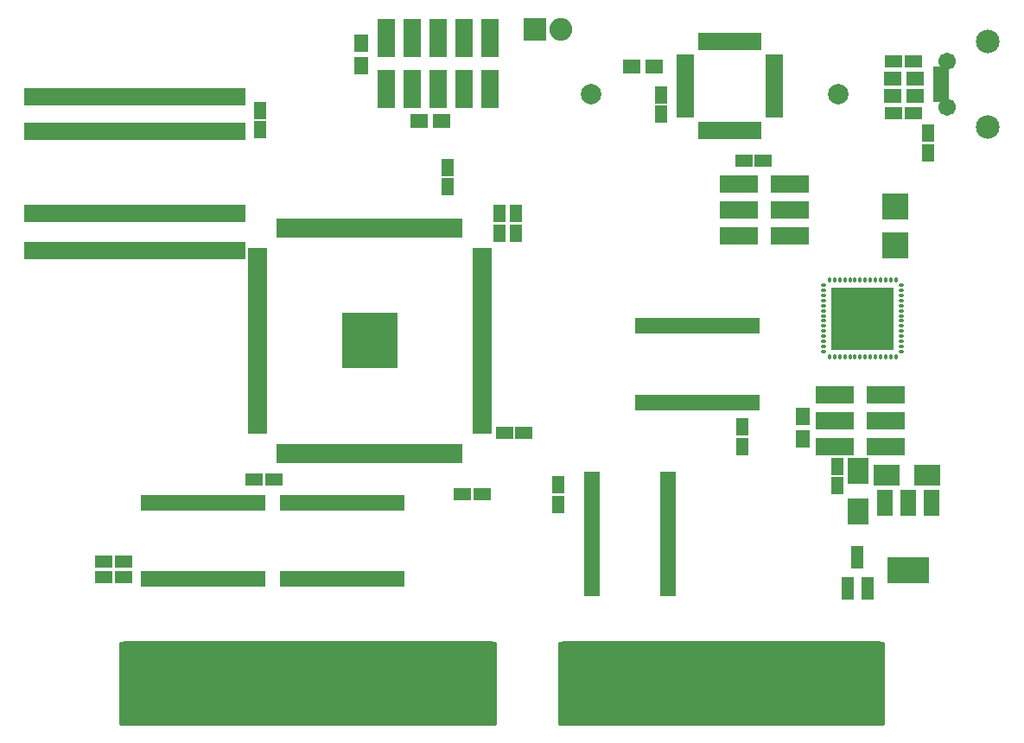
<source format=gts>
G04 #@! TF.FileFunction,Soldermask,Top*
%FSLAX46Y46*%
G04 Gerber Fmt 4.6, Leading zero omitted, Abs format (unit mm)*
G04 Created by KiCad (PCBNEW 4.0.0-rc1-stable) date 08.10.2015 0:04:06*
%MOMM*%
G01*
G04 APERTURE LIST*
%ADD10C,0.152400*%
%ADD11R,0.793000X1.508000*%
%ADD12R,1.708000X1.408000*%
%ADD13R,1.408000X1.708000*%
%ADD14R,1.258000X1.708000*%
%ADD15R,1.708000X1.258000*%
%ADD16C,2.008000*%
%ADD17R,1.308100X2.308860*%
%ADD18R,1.508000X0.793000*%
%ADD19R,0.863600X1.778000*%
%ADD20R,0.828040X1.676400*%
%ADD21R,1.209040X7.508240*%
%ADD22R,1.209040X6.507480*%
%ADD23R,2.508000X2.108000*%
%ADD24R,2.108000X2.508000*%
%ADD25R,4.165600X2.540000*%
%ADD26R,1.524000X2.540000*%
%ADD27R,2.235200X2.235200*%
%ADD28O,2.235200X2.235200*%
%ADD29R,1.808000X0.758000*%
%ADD30R,0.758000X1.808000*%
%ADD31R,1.981200X0.762000*%
%ADD32R,0.762000X1.981200*%
%ADD33R,5.508000X5.508000*%
%ADD34R,6.059480X6.059480*%
%ADD35O,0.357180X0.656900*%
%ADD36O,0.656900X0.357180*%
%ADD37R,2.608580X2.608580*%
%ADD38R,1.608000X0.958000*%
%ADD39C,1.708000*%
%ADD40C,2.308000*%
%ADD41R,1.778000X3.708400*%
%ADD42R,3.708400X1.778000*%
%ADD43C,0.254000*%
G04 APERTURE END LIST*
D10*
D11*
X42350000Y-143950000D03*
X42850000Y-143950000D03*
X43350000Y-143950000D03*
X43850000Y-143950000D03*
X44350000Y-143950000D03*
X44850000Y-143950000D03*
X45350000Y-143950000D03*
X45850000Y-143950000D03*
X46350000Y-143950000D03*
X46850000Y-143950000D03*
X47350000Y-143950000D03*
X47850000Y-143950000D03*
X48350000Y-143950000D03*
X48850000Y-143950000D03*
X49350000Y-143950000D03*
X49850000Y-143950000D03*
X50350000Y-143950000D03*
X50850000Y-143950000D03*
X51350000Y-143950000D03*
X51850000Y-143950000D03*
X52350000Y-143950000D03*
X52850000Y-143950000D03*
X53350000Y-143950000D03*
X53850000Y-143950000D03*
X53850000Y-136450000D03*
X53350000Y-136450000D03*
X52850000Y-136450000D03*
X52350000Y-136450000D03*
X51850000Y-136450000D03*
X51350000Y-136450000D03*
X50850000Y-136450000D03*
X50350000Y-136450000D03*
X49850000Y-136450000D03*
X49350000Y-136450000D03*
X48850000Y-136450000D03*
X48350000Y-136450000D03*
X47850000Y-136450000D03*
X47350000Y-136450000D03*
X46850000Y-136450000D03*
X46350000Y-136450000D03*
X45850000Y-136450000D03*
X45350000Y-136450000D03*
X44850000Y-136450000D03*
X44350000Y-136450000D03*
X43850000Y-136450000D03*
X43350000Y-136450000D03*
X42850000Y-136450000D03*
X42350000Y-136450000D03*
D12*
X69250000Y-99050000D03*
X71450000Y-99050000D03*
D13*
X63550000Y-93600000D03*
X63550000Y-91400000D03*
D14*
X92970000Y-98380000D03*
X92970000Y-96480000D03*
D15*
X102940000Y-102930000D03*
X101040000Y-102930000D03*
X77620000Y-129580000D03*
X79520000Y-129580000D03*
X40250000Y-143800000D03*
X38350000Y-143800000D03*
X40250000Y-142200000D03*
X38350000Y-142200000D03*
D14*
X100920000Y-130960000D03*
X100920000Y-129060000D03*
X119150000Y-100250000D03*
X119150000Y-102150000D03*
D15*
X117650000Y-93200000D03*
X115750000Y-93200000D03*
X117650000Y-98300000D03*
X115750000Y-98300000D03*
D14*
X82890000Y-136630000D03*
X82890000Y-134730000D03*
X110200000Y-134800000D03*
X110200000Y-132900000D03*
D15*
X75400000Y-135600000D03*
X73500000Y-135600000D03*
D14*
X72050000Y-105500000D03*
X72050000Y-103600000D03*
X77100000Y-110030000D03*
X77100000Y-108130000D03*
X53700000Y-99900000D03*
X53700000Y-98000000D03*
X78750000Y-110020000D03*
X78750000Y-108120000D03*
D15*
X55010000Y-134150000D03*
X53110000Y-134150000D03*
D16*
X110300000Y-96400000D03*
X86100000Y-96400000D03*
D17*
X111250000Y-144851140D03*
X113150000Y-144851140D03*
X112200000Y-141848860D03*
D12*
X115600000Y-94900000D03*
X117800000Y-94900000D03*
X115600000Y-96600000D03*
X117800000Y-96600000D03*
X90100000Y-93700000D03*
X92300000Y-93700000D03*
D11*
X55950000Y-143950000D03*
X56450000Y-143950000D03*
X56950000Y-143950000D03*
X57450000Y-143950000D03*
X57950000Y-143950000D03*
X58450000Y-143950000D03*
X58950000Y-143950000D03*
X59450000Y-143950000D03*
X59950000Y-143950000D03*
X60450000Y-143950000D03*
X60950000Y-143950000D03*
X61450000Y-143950000D03*
X61950000Y-143950000D03*
X62450000Y-143950000D03*
X62950000Y-143950000D03*
X63450000Y-143950000D03*
X63950000Y-143950000D03*
X64450000Y-143950000D03*
X64950000Y-143950000D03*
X65450000Y-143950000D03*
X65950000Y-143950000D03*
X66450000Y-143950000D03*
X66950000Y-143950000D03*
X67450000Y-143950000D03*
X67450000Y-136450000D03*
X66950000Y-136450000D03*
X66450000Y-136450000D03*
X65950000Y-136450000D03*
X65450000Y-136450000D03*
X64950000Y-136450000D03*
X64450000Y-136450000D03*
X63950000Y-136450000D03*
X63450000Y-136450000D03*
X62950000Y-136450000D03*
X62450000Y-136450000D03*
X61950000Y-136450000D03*
X61450000Y-136450000D03*
X60950000Y-136450000D03*
X60450000Y-136450000D03*
X59950000Y-136450000D03*
X59450000Y-136450000D03*
X58950000Y-136450000D03*
X58450000Y-136450000D03*
X57950000Y-136450000D03*
X57450000Y-136450000D03*
X56950000Y-136450000D03*
X56450000Y-136450000D03*
X55950000Y-136450000D03*
D18*
X93650000Y-145250000D03*
X93650000Y-144750000D03*
X93650000Y-144250000D03*
X93650000Y-143750000D03*
X93650000Y-143250000D03*
X93650000Y-142750000D03*
X93650000Y-142250000D03*
X93650000Y-141750000D03*
X93650000Y-141250000D03*
X93650000Y-140750000D03*
X93650000Y-140250000D03*
X93650000Y-139750000D03*
X93650000Y-139250000D03*
X93650000Y-138750000D03*
X93650000Y-138250000D03*
X93650000Y-137750000D03*
X93650000Y-137250000D03*
X93650000Y-136750000D03*
X93650000Y-136250000D03*
X93650000Y-135750000D03*
X93650000Y-135250000D03*
X93650000Y-134750000D03*
X93650000Y-134250000D03*
X93650000Y-133750000D03*
X86150000Y-133750000D03*
X86150000Y-134250000D03*
X86150000Y-134750000D03*
X86150000Y-135250000D03*
X86150000Y-135750000D03*
X86150000Y-136250000D03*
X86150000Y-136750000D03*
X86150000Y-137250000D03*
X86150000Y-137750000D03*
X86150000Y-138250000D03*
X86150000Y-138750000D03*
X86150000Y-139250000D03*
X86150000Y-139750000D03*
X86150000Y-140250000D03*
X86150000Y-140750000D03*
X86150000Y-141250000D03*
X86150000Y-141750000D03*
X86150000Y-142250000D03*
X86150000Y-142750000D03*
X86150000Y-143250000D03*
X86150000Y-143750000D03*
X86150000Y-144250000D03*
X86150000Y-144750000D03*
X86150000Y-145250000D03*
D11*
X90750000Y-126650000D03*
X91250000Y-126650000D03*
X91750000Y-126650000D03*
X92250000Y-126650000D03*
X92750000Y-126650000D03*
X93250000Y-126650000D03*
X93750000Y-126650000D03*
X94250000Y-126650000D03*
X94750000Y-126650000D03*
X95250000Y-126650000D03*
X95750000Y-126650000D03*
X96250000Y-126650000D03*
X96750000Y-126650000D03*
X97250000Y-126650000D03*
X97750000Y-126650000D03*
X98250000Y-126650000D03*
X98750000Y-126650000D03*
X99250000Y-126650000D03*
X99750000Y-126650000D03*
X100250000Y-126650000D03*
X100750000Y-126650000D03*
X101250000Y-126650000D03*
X101750000Y-126650000D03*
X102250000Y-126650000D03*
X102250000Y-119150000D03*
X101750000Y-119150000D03*
X101250000Y-119150000D03*
X100750000Y-119150000D03*
X100250000Y-119150000D03*
X99750000Y-119150000D03*
X99250000Y-119150000D03*
X98750000Y-119150000D03*
X98250000Y-119150000D03*
X97750000Y-119150000D03*
X97250000Y-119150000D03*
X96750000Y-119150000D03*
X96250000Y-119150000D03*
X95750000Y-119150000D03*
X95250000Y-119150000D03*
X94750000Y-119150000D03*
X94250000Y-119150000D03*
X93750000Y-119150000D03*
X93250000Y-119150000D03*
X92750000Y-119150000D03*
X92250000Y-119150000D03*
X91750000Y-119150000D03*
X91250000Y-119150000D03*
X90750000Y-119150000D03*
D19*
X51801300Y-96720560D03*
X51801300Y-108079440D03*
X51001200Y-96720560D03*
X51001200Y-108079440D03*
X50201100Y-96720560D03*
X50201100Y-108079440D03*
X49401000Y-96720560D03*
X49401000Y-108079440D03*
X48600900Y-96720560D03*
X48600900Y-108079440D03*
X47800800Y-96720560D03*
X47800800Y-108079440D03*
X47000700Y-96720560D03*
X47000700Y-108079440D03*
X46200600Y-96720560D03*
X46200600Y-108079440D03*
X45400500Y-96720560D03*
X45400500Y-108079440D03*
X44600400Y-96720560D03*
X44600400Y-108079440D03*
X43800300Y-96720560D03*
X43800300Y-108079440D03*
X43000200Y-96720560D03*
X43000200Y-108079440D03*
X42200100Y-96720560D03*
X42200100Y-108079440D03*
X41400000Y-96720560D03*
X41400000Y-108079440D03*
X40599900Y-96720560D03*
X40599900Y-108079440D03*
X39799800Y-96720560D03*
X39799800Y-108079440D03*
X38999700Y-96720560D03*
X38999700Y-108079440D03*
X38199600Y-96720560D03*
X38199600Y-108079440D03*
X37399500Y-96720560D03*
X37399500Y-108079440D03*
X36599400Y-96720560D03*
X36599400Y-108079440D03*
X35799300Y-96720560D03*
X35799300Y-108079440D03*
X34999200Y-96720560D03*
X34999200Y-108079440D03*
X34199100Y-96720560D03*
X34199100Y-108079440D03*
X33399000Y-96720560D03*
X33399000Y-108079440D03*
X32598900Y-96720560D03*
X32598900Y-108079440D03*
X31798800Y-96720560D03*
X31798800Y-108079440D03*
X30998700Y-96720560D03*
X30998700Y-108079440D03*
D20*
X51803840Y-100083400D03*
X51803840Y-111716600D03*
X51153600Y-100083400D03*
X51153600Y-111716600D03*
X50503360Y-100083400D03*
X50503360Y-111716600D03*
X49853120Y-100083400D03*
X49853120Y-111716600D03*
X49202880Y-100083400D03*
X49202880Y-111716600D03*
X48552640Y-100083400D03*
X48552640Y-111716600D03*
X47902400Y-100083400D03*
X47902400Y-111716600D03*
X47252160Y-100083400D03*
X47252160Y-111716600D03*
X46601920Y-100083400D03*
X46601920Y-111716600D03*
X45951680Y-100083400D03*
X45951680Y-111716600D03*
X45301440Y-100083400D03*
X45301440Y-111716600D03*
X44651200Y-100083400D03*
X44651200Y-111716600D03*
X44000960Y-100083400D03*
X44000960Y-111716600D03*
X43350720Y-100083400D03*
X43350720Y-111716600D03*
X42700480Y-100083400D03*
X42700480Y-111716600D03*
X42050240Y-100083400D03*
X42050240Y-111716600D03*
X41400000Y-100083400D03*
X41400000Y-111716600D03*
X40749760Y-100083400D03*
X40749760Y-111716600D03*
X40099520Y-100083400D03*
X40099520Y-111716600D03*
X39449280Y-100083400D03*
X39449280Y-111716600D03*
X38799040Y-100083400D03*
X38799040Y-111716600D03*
X38148800Y-100083400D03*
X38148800Y-111716600D03*
X37498560Y-100083400D03*
X37498560Y-111716600D03*
X36848320Y-100083400D03*
X36848320Y-111716600D03*
X36198080Y-100083400D03*
X36198080Y-111716600D03*
X35547840Y-100083400D03*
X35547840Y-111716600D03*
X34897600Y-100083400D03*
X34897600Y-111716600D03*
X34247360Y-100083400D03*
X34247360Y-111716600D03*
X33597120Y-100083400D03*
X33597120Y-111716600D03*
X32946880Y-100083400D03*
X32946880Y-111716600D03*
X32296640Y-100083400D03*
X32296640Y-111716600D03*
X31646400Y-100083400D03*
X31646400Y-111716600D03*
X30996160Y-100083400D03*
X30996160Y-111716600D03*
D21*
X40855900Y-153779220D03*
X41854120Y-153779220D03*
D22*
X42855140Y-153280100D03*
X43855640Y-153279220D03*
X44856400Y-153279220D03*
X45854620Y-153279220D03*
D21*
X46855140Y-153780100D03*
X47856140Y-153779220D03*
D22*
X48854360Y-153279220D03*
X49855120Y-153279220D03*
X50855880Y-153279220D03*
X51854100Y-153279220D03*
D21*
X52854860Y-153779220D03*
D22*
X53855620Y-153279220D03*
X54856380Y-153279220D03*
X55854600Y-153279220D03*
X56855360Y-153279220D03*
D21*
X57856120Y-153779220D03*
D22*
X58854340Y-153279220D03*
X59855100Y-153279220D03*
X60855860Y-153279220D03*
X61854080Y-153279220D03*
D21*
X62854840Y-153779220D03*
D22*
X63855600Y-153279220D03*
X64856360Y-153279220D03*
X65854580Y-153279220D03*
D21*
X66855340Y-153779220D03*
D22*
X67856100Y-153279220D03*
D21*
X68854320Y-153779220D03*
D22*
X69855080Y-153279220D03*
X70855840Y-153279220D03*
X71854060Y-153279220D03*
X72854820Y-153279220D03*
X73855580Y-153279220D03*
X74856340Y-153279220D03*
D21*
X75854560Y-153779220D03*
X40855900Y-153779220D03*
X41854120Y-153779220D03*
D22*
X42855140Y-153280100D03*
X43855140Y-153280100D03*
X44856400Y-153279220D03*
X45854620Y-153279220D03*
X46855380Y-153279220D03*
D21*
X47856140Y-153779220D03*
D22*
X48854360Y-153279220D03*
X49855120Y-153279220D03*
X50855880Y-153279220D03*
X51854100Y-153279220D03*
D21*
X52854860Y-153779220D03*
D22*
X53855620Y-153279220D03*
X54856380Y-153279220D03*
X55854600Y-153279220D03*
X56855360Y-153279220D03*
D21*
X57856120Y-153779220D03*
D22*
X58854340Y-153279220D03*
X59855100Y-153279220D03*
X60855860Y-153279220D03*
X61854080Y-153279220D03*
D21*
X62854840Y-153779220D03*
D22*
X63855600Y-153279220D03*
X64856360Y-153279220D03*
X65854580Y-153279220D03*
D21*
X66855340Y-153779220D03*
D22*
X67856100Y-153279220D03*
D21*
X68854320Y-153779220D03*
D22*
X69855080Y-153279220D03*
X70855840Y-153279220D03*
X71854060Y-153279220D03*
X72854820Y-153279220D03*
X73855580Y-153279220D03*
X74856340Y-153279220D03*
D21*
X75854560Y-153779220D03*
D22*
X83855560Y-153279220D03*
X84856320Y-153279220D03*
X85854540Y-153279220D03*
X86855300Y-153279220D03*
D21*
X87856060Y-153779220D03*
D22*
X88854280Y-153279220D03*
X89855040Y-153279220D03*
X90855800Y-153279220D03*
X91854020Y-153279220D03*
D21*
X92854780Y-153779220D03*
D22*
X93855540Y-153279220D03*
X94856300Y-153279220D03*
X95854520Y-153279220D03*
X96855280Y-153279220D03*
X97856040Y-153279220D03*
X98854260Y-153279220D03*
X99855020Y-153279220D03*
D21*
X100855780Y-153779220D03*
D22*
X101854000Y-153279220D03*
X102854760Y-153279220D03*
X103855520Y-153279220D03*
X104856280Y-153279220D03*
D21*
X105854500Y-153779220D03*
D22*
X106855260Y-153279220D03*
X107856020Y-153279220D03*
X108854240Y-153279220D03*
X109855000Y-153279220D03*
D21*
X110855760Y-153779220D03*
X111853980Y-153779220D03*
D22*
X112854740Y-153279220D03*
D21*
X113855500Y-153779220D03*
D22*
X83855560Y-153279220D03*
X84856320Y-153279220D03*
X85854540Y-153279220D03*
X86855300Y-153279220D03*
D21*
X87856060Y-153779220D03*
D22*
X88854280Y-153279220D03*
X89855040Y-153279220D03*
X90855800Y-153279220D03*
X91854020Y-153279220D03*
D21*
X92854780Y-153779220D03*
D22*
X93855540Y-153279220D03*
X94856300Y-153279220D03*
X95854520Y-153279220D03*
X96855280Y-153279220D03*
X97856040Y-153279220D03*
X98854260Y-153279220D03*
X99855020Y-153279220D03*
D21*
X100855780Y-153779220D03*
D22*
X101854000Y-153279220D03*
X102854760Y-153279220D03*
X103855520Y-153279220D03*
X104856280Y-153279220D03*
D21*
X105854500Y-153779220D03*
D22*
X106855260Y-153279220D03*
X107856020Y-153279220D03*
X108854240Y-153279220D03*
X109855000Y-153279220D03*
D21*
X110855760Y-153779220D03*
X111853980Y-153779220D03*
D22*
X112854740Y-153279220D03*
D21*
X113855500Y-153779220D03*
D23*
X115040000Y-133790000D03*
X119040000Y-133790000D03*
D24*
X112250000Y-137350000D03*
X112250000Y-133350000D03*
D25*
X117200000Y-143052000D03*
D26*
X117200000Y-136448000D03*
X114914000Y-136448000D03*
X119486000Y-136448000D03*
D27*
X80550000Y-90050000D03*
D28*
X83090000Y-90050000D03*
D29*
X95350000Y-92850000D03*
X95350000Y-93350000D03*
X95350000Y-93850000D03*
X95350000Y-94350000D03*
X95350000Y-94850000D03*
X95350000Y-95350000D03*
X95350000Y-95850000D03*
X95350000Y-96350000D03*
X95350000Y-96850000D03*
X95350000Y-97350000D03*
X95350000Y-97850000D03*
X95350000Y-98350000D03*
D30*
X96950000Y-99950000D03*
X97450000Y-99950000D03*
X97950000Y-99950000D03*
X98450000Y-99950000D03*
X98950000Y-99950000D03*
X99450000Y-99950000D03*
X99950000Y-99950000D03*
X100450000Y-99950000D03*
X100950000Y-99950000D03*
X101450000Y-99950000D03*
X101950000Y-99950000D03*
X102450000Y-99950000D03*
D29*
X104050000Y-98350000D03*
X104050000Y-97850000D03*
X104050000Y-97350000D03*
X104050000Y-96850000D03*
X104050000Y-96350000D03*
X104050000Y-95850000D03*
X104050000Y-95350000D03*
X104050000Y-94850000D03*
X104050000Y-94350000D03*
X104050000Y-93850000D03*
X104050000Y-93350000D03*
X104050000Y-92850000D03*
D30*
X102450000Y-91250000D03*
X101950000Y-91250000D03*
X101450000Y-91250000D03*
X100950000Y-91250000D03*
X100450000Y-91250000D03*
X99950000Y-91250000D03*
X99450000Y-91250000D03*
X98950000Y-91250000D03*
X98450000Y-91250000D03*
X97950000Y-91250000D03*
X97450000Y-91250000D03*
X96950000Y-91250000D03*
D13*
X106850000Y-130200000D03*
X106850000Y-128000000D03*
D31*
X75418520Y-129357920D03*
D32*
X73157920Y-109581480D03*
D31*
X53384020Y-111842080D03*
D32*
X55642080Y-131618520D03*
D31*
X75418520Y-128857540D03*
D32*
X72657540Y-109581480D03*
D31*
X53384020Y-112342460D03*
D32*
X56142460Y-131618520D03*
D31*
X75418520Y-128357160D03*
D32*
X72157160Y-109581480D03*
D31*
X53384020Y-112842840D03*
D32*
X56642840Y-131618520D03*
D31*
X75418520Y-127856780D03*
D32*
X71656780Y-109581480D03*
D31*
X53384020Y-113343220D03*
D32*
X57143220Y-131618520D03*
D31*
X75418520Y-127356400D03*
D32*
X71156400Y-109581480D03*
D31*
X53384020Y-113843600D03*
D32*
X57643600Y-131618520D03*
D31*
X75418520Y-126856020D03*
D32*
X70656020Y-109581480D03*
D31*
X53384020Y-114343980D03*
D32*
X58143980Y-131618520D03*
D31*
X75418520Y-126355640D03*
D32*
X70155640Y-109581480D03*
D31*
X53384020Y-114844360D03*
D32*
X58644360Y-131618520D03*
D31*
X75418520Y-125855260D03*
D32*
X69655260Y-109581480D03*
D31*
X53384020Y-115344740D03*
D32*
X59144740Y-131618520D03*
D31*
X75418520Y-125354880D03*
D32*
X69154880Y-109581480D03*
D31*
X53384020Y-115845120D03*
D32*
X59645120Y-131618520D03*
D31*
X75418520Y-124854500D03*
D32*
X68654500Y-109581480D03*
D31*
X53384020Y-116345500D03*
D32*
X60145500Y-131618520D03*
D31*
X75418520Y-124354120D03*
D32*
X68154120Y-109581480D03*
D31*
X53384020Y-116845880D03*
D32*
X60645880Y-131618520D03*
D31*
X75418520Y-123853740D03*
D32*
X67653740Y-109581480D03*
D31*
X53384020Y-117346260D03*
D32*
X61146260Y-131618520D03*
D31*
X75418520Y-123353360D03*
D32*
X67153360Y-109581480D03*
D31*
X53384020Y-117846640D03*
D32*
X61646640Y-131618520D03*
D31*
X75418520Y-122852980D03*
D32*
X66652980Y-109581480D03*
D31*
X53384020Y-118347020D03*
D32*
X62147020Y-131618520D03*
D31*
X75418520Y-122352600D03*
D32*
X66152600Y-109581480D03*
D31*
X53384020Y-118847400D03*
D32*
X62647400Y-131618520D03*
D31*
X75418520Y-121852220D03*
D32*
X65652220Y-109581480D03*
D31*
X53384020Y-119347780D03*
D32*
X63147780Y-131618520D03*
D31*
X75418520Y-121351840D03*
D32*
X65151840Y-109581480D03*
D31*
X53384020Y-119848160D03*
D32*
X63648160Y-131618520D03*
D31*
X75418520Y-120851460D03*
D32*
X64651460Y-109581480D03*
D31*
X53384020Y-120348540D03*
D32*
X64148540Y-131618520D03*
D31*
X75418520Y-120351080D03*
D32*
X64151080Y-109581480D03*
D31*
X53384020Y-120848920D03*
D32*
X64648920Y-131618520D03*
D31*
X75418520Y-119850700D03*
D32*
X63650700Y-109581480D03*
D31*
X53384020Y-121349300D03*
D32*
X65149300Y-131618520D03*
D31*
X75418520Y-119350320D03*
D32*
X63150320Y-109581480D03*
D31*
X53384020Y-121849680D03*
D32*
X65649680Y-131618520D03*
D31*
X75418520Y-118849940D03*
D32*
X62649940Y-109581480D03*
D31*
X53384020Y-122350060D03*
D32*
X66150060Y-131618520D03*
D31*
X75418520Y-118349560D03*
D32*
X62149560Y-109581480D03*
D31*
X53384020Y-122850440D03*
D32*
X66650440Y-131618520D03*
D31*
X75418520Y-117849180D03*
D32*
X61649180Y-109581480D03*
D31*
X53384020Y-123350820D03*
D32*
X67150820Y-131618520D03*
D31*
X75418520Y-117348800D03*
D32*
X61148800Y-109581480D03*
D31*
X53384020Y-123851200D03*
D32*
X67651200Y-131618520D03*
D31*
X75418520Y-116848420D03*
D32*
X60648420Y-109581480D03*
D31*
X53384020Y-124351580D03*
D32*
X68151580Y-131618520D03*
D31*
X75418520Y-116348040D03*
D32*
X60148040Y-109581480D03*
D31*
X53384020Y-124851960D03*
D32*
X68651960Y-131618520D03*
D31*
X75418520Y-115847660D03*
D32*
X59647660Y-109581480D03*
D31*
X53384020Y-125352340D03*
D32*
X69152340Y-131618520D03*
D31*
X75418520Y-115347280D03*
D32*
X59147280Y-109581480D03*
D31*
X53384020Y-125852720D03*
D32*
X69652720Y-131618520D03*
D31*
X75418520Y-114846900D03*
D32*
X58646900Y-109581480D03*
D31*
X53384020Y-126353100D03*
D32*
X70153100Y-131618520D03*
D31*
X75418520Y-114346520D03*
D32*
X58146520Y-109581480D03*
D31*
X53384020Y-126853480D03*
D32*
X70653480Y-131618520D03*
D31*
X75418520Y-113846140D03*
D32*
X57646140Y-109581480D03*
D31*
X53384020Y-127353860D03*
D32*
X71153860Y-131618520D03*
D31*
X75418520Y-113345760D03*
D32*
X57145760Y-109581480D03*
D31*
X53384020Y-127854240D03*
D32*
X71654240Y-131618520D03*
D31*
X75418520Y-112845380D03*
D32*
X56645380Y-109581480D03*
D31*
X53384020Y-128354620D03*
D32*
X72154620Y-131618520D03*
D31*
X75418520Y-112345000D03*
D32*
X56145000Y-109581480D03*
D31*
X53384020Y-128855000D03*
D32*
X72655000Y-131618520D03*
D31*
X75418520Y-111844620D03*
D32*
X55644620Y-109581480D03*
D31*
X53384020Y-129355380D03*
D32*
X73155380Y-131618520D03*
D33*
X64400000Y-120600000D03*
D34*
X112700000Y-118402540D03*
D35*
X112453620Y-114602700D03*
X111953240Y-114602700D03*
X111450320Y-114602700D03*
X110949940Y-114602700D03*
X110452100Y-114602700D03*
X109951720Y-114602700D03*
X109451340Y-114602700D03*
X115948660Y-114602700D03*
X115448280Y-114602700D03*
X114947900Y-114602700D03*
X114450060Y-114602700D03*
X113949680Y-114602700D03*
X113446760Y-114602700D03*
X112946380Y-114602700D03*
D36*
X108902700Y-115151340D03*
X108902700Y-115651720D03*
X108902700Y-116152100D03*
X108902700Y-116655020D03*
X108902700Y-117150320D03*
X108902700Y-117653240D03*
X108902700Y-118153620D03*
X108902700Y-118651460D03*
X108902700Y-119146760D03*
X108902700Y-119649680D03*
X108902700Y-120150060D03*
X108902700Y-120647900D03*
X108902700Y-121148280D03*
X108902700Y-121648660D03*
D35*
X109451340Y-122197300D03*
X109951720Y-122197300D03*
X110452100Y-122197300D03*
X110949940Y-122197300D03*
X111450320Y-122197300D03*
X111950700Y-122197300D03*
X112448540Y-122197300D03*
X112946380Y-122197300D03*
X113446760Y-122197300D03*
X113949680Y-122197300D03*
X114450060Y-122197300D03*
X114947900Y-122197300D03*
X115448280Y-122197300D03*
X115948660Y-122197300D03*
D36*
X116497300Y-121648660D03*
X116497300Y-121148280D03*
X116497300Y-120647900D03*
X116497300Y-120150060D03*
X116497300Y-119649680D03*
X116497300Y-119149300D03*
X116497300Y-118651460D03*
X116497300Y-118153620D03*
X116497300Y-117653240D03*
X116497300Y-117150320D03*
X116497300Y-116649940D03*
X116497300Y-116152100D03*
X116497300Y-115651720D03*
X116497300Y-115151340D03*
D37*
X115900000Y-111255000D03*
X115900000Y-107445000D03*
D38*
X120400000Y-96750000D03*
X120400000Y-96100000D03*
X120400000Y-95450000D03*
X120400000Y-94800000D03*
X120400000Y-94150000D03*
D39*
X120950000Y-93200000D03*
X120950000Y-97700000D03*
D40*
X124950000Y-91250000D03*
X124950000Y-99650000D03*
D41*
X66000000Y-95900000D03*
X68540000Y-95900000D03*
X71080000Y-95900000D03*
X73620000Y-95900000D03*
X76160000Y-95900000D03*
X66000000Y-90898740D03*
X68540000Y-90898740D03*
X71080000Y-90898740D03*
X73620000Y-90898740D03*
X76160000Y-90898740D03*
D42*
X100556600Y-105266000D03*
X100556600Y-107806000D03*
X100556600Y-110346000D03*
X105557860Y-105266000D03*
X105557860Y-107806000D03*
X105557860Y-110346000D03*
X109956600Y-125916000D03*
X109956600Y-128456000D03*
X109956600Y-130996000D03*
X114957860Y-125916000D03*
X114957860Y-128456000D03*
X114957860Y-130996000D03*
D43*
G36*
X76730860Y-158153100D02*
X39984680Y-158153100D01*
X39984680Y-150157180D01*
X76730860Y-150157180D01*
X76730860Y-158153100D01*
X76730860Y-158153100D01*
G37*
X76730860Y-158153100D02*
X39984680Y-158153100D01*
X39984680Y-150157180D01*
X76730860Y-150157180D01*
X76730860Y-158153100D01*
G36*
X114731800Y-158153100D02*
X82984340Y-158153100D01*
X82984340Y-150157180D01*
X114731800Y-150157180D01*
X114731800Y-158153100D01*
X114731800Y-158153100D01*
G37*
X114731800Y-158153100D02*
X82984340Y-158153100D01*
X82984340Y-150157180D01*
X114731800Y-150157180D01*
X114731800Y-158153100D01*
M02*

</source>
